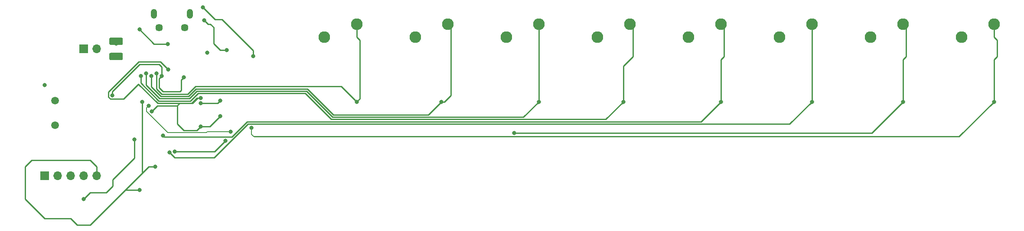
<source format=gbr>
%TF.GenerationSoftware,KiCad,Pcbnew,(5.1.6)-1*%
%TF.CreationDate,2020-12-03T10:32:48+03:00*%
%TF.ProjectId,Handheld graphics device,48616e64-6865-46c6-9420-677261706869,rev?*%
%TF.SameCoordinates,Original*%
%TF.FileFunction,Copper,L2,Bot*%
%TF.FilePolarity,Positive*%
%FSLAX46Y46*%
G04 Gerber Fmt 4.6, Leading zero omitted, Abs format (unit mm)*
G04 Created by KiCad (PCBNEW (5.1.6)-1) date 2020-12-03 10:32:48*
%MOMM*%
%LPD*%
G01*
G04 APERTURE LIST*
%TA.AperFunction,ComponentPad*%
%ADD10C,1.500000*%
%TD*%
%TA.AperFunction,ComponentPad*%
%ADD11O,1.700000X1.700000*%
%TD*%
%TA.AperFunction,ComponentPad*%
%ADD12R,1.700000X1.700000*%
%TD*%
%TA.AperFunction,ComponentPad*%
%ADD13C,2.286000*%
%TD*%
%TA.AperFunction,ComponentPad*%
%ADD14O,1.200000X1.900000*%
%TD*%
%TA.AperFunction,ComponentPad*%
%ADD15C,1.450000*%
%TD*%
%TA.AperFunction,ViaPad*%
%ADD16C,0.800000*%
%TD*%
%TA.AperFunction,Conductor*%
%ADD17C,0.250000*%
%TD*%
%TA.AperFunction,Conductor*%
%ADD18C,0.200000*%
%TD*%
G04 APERTURE END LIST*
D10*
%TO.P,Y1,2*%
%TO.N,xtal1*%
X98552000Y-24946000D03*
%TO.P,Y1,1*%
%TO.N,xtal2*%
X98552000Y-20066000D03*
%TD*%
D11*
%TO.P,usb_boot1,2*%
%TO.N,Net-(R7-Pad2)*%
X106680000Y-9906000D03*
D12*
%TO.P,usb_boot1,1*%
%TO.N,Net-(U2-Pad33)*%
X104140000Y-9906000D03*
%TD*%
D13*
%TO.P,SW8,1*%
%TO.N,8*%
X281940000Y-5080000D03*
%TO.P,SW8,2*%
%TO.N,Unfiltered*%
X275590000Y-7620000D03*
%TD*%
%TO.P,SW7,1*%
%TO.N,7*%
X264160000Y-5080000D03*
%TO.P,SW7,2*%
%TO.N,Unfiltered*%
X257810000Y-7620000D03*
%TD*%
%TO.P,SW6,1*%
%TO.N,6*%
X246380000Y-5080000D03*
%TO.P,SW6,2*%
%TO.N,Unfiltered*%
X240030000Y-7620000D03*
%TD*%
%TO.P,SW5,1*%
%TO.N,5*%
X228600000Y-5080000D03*
%TO.P,SW5,2*%
%TO.N,Unfiltered*%
X222250000Y-7620000D03*
%TD*%
%TO.P,SW4,1*%
%TO.N,4*%
X210820000Y-5080000D03*
%TO.P,SW4,2*%
%TO.N,Unfiltered*%
X204470000Y-7620000D03*
%TD*%
%TO.P,SW3,1*%
%TO.N,3*%
X193040000Y-5080000D03*
%TO.P,SW3,2*%
%TO.N,Unfiltered*%
X186690000Y-7620000D03*
%TD*%
%TO.P,SW2,1*%
%TO.N,2*%
X175260000Y-5080000D03*
%TO.P,SW2,2*%
%TO.N,Unfiltered*%
X168910000Y-7620000D03*
%TD*%
%TO.P,SW1,1*%
%TO.N,1*%
X157480000Y-5080000D03*
%TO.P,SW1,2*%
%TO.N,Unfiltered*%
X151130000Y-7620000D03*
%TD*%
D11*
%TO.P,J2,5*%
%TO.N,rst*%
X106680000Y-34798000D03*
%TO.P,J2,4*%
%TO.N,TX*%
X104140000Y-34798000D03*
%TO.P,J2,3*%
%TO.N,RX*%
X101600000Y-34798000D03*
%TO.P,J2,2*%
%TO.N,SDA*%
X99060000Y-34798000D03*
D12*
%TO.P,J2,1*%
%TO.N,SCL*%
X96520000Y-34798000D03*
%TD*%
D14*
%TO.P,J1,6*%
%TO.N,GND*%
X117912000Y-3080500D03*
X124912000Y-3080500D03*
D15*
X118912000Y-5780500D03*
X123912000Y-5780500D03*
%TD*%
%TO.P,C4,2*%
%TO.N,GND*%
%TA.AperFunction,SMDPad,CuDef*%
G36*
G01*
X111565000Y-9167500D02*
X109415000Y-9167500D01*
G75*
G02*
X109165000Y-8917500I0J250000D01*
G01*
X109165000Y-7992500D01*
G75*
G02*
X109415000Y-7742500I250000J0D01*
G01*
X111565000Y-7742500D01*
G75*
G02*
X111815000Y-7992500I0J-250000D01*
G01*
X111815000Y-8917500D01*
G75*
G02*
X111565000Y-9167500I-250000J0D01*
G01*
G37*
%TD.AperFunction*%
%TO.P,C4,1*%
%TO.N,Net-(C4-Pad1)*%
%TA.AperFunction,SMDPad,CuDef*%
G36*
G01*
X111565000Y-12142500D02*
X109415000Y-12142500D01*
G75*
G02*
X109165000Y-11892500I0J250000D01*
G01*
X109165000Y-10967500D01*
G75*
G02*
X109415000Y-10717500I250000J0D01*
G01*
X111565000Y-10717500D01*
G75*
G02*
X111815000Y-10967500I0J-250000D01*
G01*
X111815000Y-11892500D01*
G75*
G02*
X111565000Y-12142500I-250000J0D01*
G01*
G37*
%TD.AperFunction*%
%TD*%
D16*
%TO.N,*%
X96520000Y-17018000D03*
%TO.N,rst*%
X115062000Y-37592000D03*
%TO.N,GND*%
X130810000Y-23114000D03*
%TO.N,Net-(C3-Pad1)*%
X130810000Y-20066000D03*
%TO.N,GND*%
X110490000Y-8890000D03*
%TO.N,Net-(C4-Pad1)*%
X110490000Y-11430000D03*
%TO.N,rst*%
X118110000Y-33020000D03*
%TO.N,GND*%
X127000000Y-19558000D03*
X127000000Y-25146000D03*
X117440000Y-22190000D03*
X127456510Y-1829490D03*
X137265000Y-11370000D03*
X120650000Y-13970000D03*
%TO.N,VBUS*%
X132080000Y-10160000D03*
X127724499Y-4355501D03*
%TO.N,Unfiltered*%
X119380000Y-15240000D03*
X123698000Y-15494000D03*
X128270000Y-10668000D03*
X109723845Y-19054155D03*
%TO.N,Net-(C3-Pad1)*%
X127000000Y-20574000D03*
%TO.N,Net-(C7-Pad1)*%
X115062000Y-6146800D03*
X120573800Y-8991600D03*
%TO.N,rst*%
X115570000Y-20320000D03*
%TO.N,Net-(R5-Pad2)*%
X104140000Y-39370000D03*
X114032000Y-27672000D03*
%TO.N,1*%
X157480000Y-20320000D03*
X118364000Y-14732000D03*
%TO.N,2*%
X173990000Y-20320000D03*
X117332000Y-15256000D03*
%TO.N,3*%
X193040000Y-20320000D03*
X116332000Y-14732000D03*
%TO.N,4*%
X209550000Y-20320000D03*
X115316000Y-15240000D03*
%TO.N,5*%
X228600000Y-20320000D03*
X119634000Y-26924000D03*
%TO.N,6*%
X246380000Y-20320000D03*
X120904000Y-30226000D03*
%TO.N,7*%
X264160000Y-20320000D03*
X121920000Y-30066000D03*
X131826000Y-27940000D03*
X188214000Y-26416000D03*
%TO.N,8*%
X281940000Y-20320000D03*
X116840000Y-21082000D03*
X132842000Y-26162000D03*
X136906000Y-25400000D03*
%TD*%
D17*
%TO.N,GND*%
X127000000Y-25146000D02*
X127000000Y-25146000D01*
X127000000Y-19558000D02*
X126243640Y-19558000D01*
X126243640Y-19558000D02*
X125205602Y-20596036D01*
X125205602Y-20596036D02*
X122913964Y-20596036D01*
X122913964Y-20596036D02*
X122428000Y-21082000D01*
X122428000Y-21082000D02*
X122428000Y-24638000D01*
X122428000Y-24638000D02*
X123698000Y-25908000D01*
X126238000Y-25908000D02*
X127000000Y-25146000D01*
X123698000Y-25908000D02*
X126238000Y-25908000D01*
X128778000Y-25146000D02*
X130810000Y-23114000D01*
X127000000Y-25146000D02*
X128778000Y-25146000D01*
X118548000Y-21082000D02*
X117440000Y-22190000D01*
X122428000Y-21082000D02*
X122428000Y-21082000D01*
X127456510Y-1829490D02*
X129794000Y-4166980D01*
X129794000Y-4166980D02*
X131166980Y-4166980D01*
X137265000Y-10265000D02*
X137265000Y-11370000D01*
X131166980Y-4166980D02*
X137265000Y-10265000D01*
X122428000Y-21082000D02*
X118548000Y-21082000D01*
X114865991Y-16827627D02*
X118634403Y-20596037D01*
X111914462Y-19779156D02*
X114865991Y-16827627D01*
X109375844Y-19779156D02*
X111914462Y-19779156D01*
X126434315Y-19558000D02*
X127000000Y-19558000D01*
X118634403Y-20596037D02*
X125396278Y-20596037D01*
X108998844Y-19402156D02*
X109375844Y-19779156D01*
X108998844Y-18380746D02*
X108998844Y-19402156D01*
X114875599Y-12503991D02*
X108998844Y-18380746D01*
X119183991Y-12503991D02*
X114875599Y-12503991D01*
X125396278Y-20596037D02*
X126434315Y-19558000D01*
X120650000Y-13970000D02*
X119183991Y-12503991D01*
%TO.N,VBUS*%
X127724499Y-4355501D02*
X128448998Y-5080000D01*
X128448998Y-5080000D02*
X128905000Y-5080000D01*
X128905000Y-5080000D02*
X129540000Y-5715000D01*
X129540000Y-5715000D02*
X129540000Y-8890000D01*
X129540000Y-8890000D02*
X130810000Y-10160000D01*
X130810000Y-10160000D02*
X132080000Y-10160000D01*
%TO.N,Unfiltered*%
X119380000Y-15240000D02*
X118872000Y-15748000D01*
X118872000Y-15748000D02*
X118872000Y-17526000D01*
X118872000Y-17526000D02*
X119634000Y-18288000D01*
X119634000Y-18288000D02*
X122682000Y-18288000D01*
X122682000Y-18288000D02*
X122936000Y-18288000D01*
X122936000Y-18288000D02*
X123190000Y-18034000D01*
X123190000Y-18034000D02*
X123190000Y-16002000D01*
X123190000Y-16002000D02*
X123698000Y-15494000D01*
X123698000Y-15494000D02*
X123698000Y-15494000D01*
X109723845Y-18292155D02*
X109723845Y-19054155D01*
X115062000Y-12954000D02*
X109723845Y-18292155D01*
X118872000Y-12954000D02*
X115062000Y-12954000D01*
X119380000Y-15240000D02*
X119380000Y-13462000D01*
X119380000Y-13462000D02*
X118872000Y-12954000D01*
%TO.N,Net-(C3-Pad1)*%
X130302000Y-20574000D02*
X130810000Y-20066000D01*
X127000000Y-20574000D02*
X130302000Y-20574000D01*
%TO.N,Net-(C7-Pad1)*%
X115062000Y-6146800D02*
X117919500Y-9004300D01*
X120561100Y-9004300D02*
X120573800Y-8991600D01*
X117919500Y-9004300D02*
X120561100Y-9004300D01*
%TO.N,rst*%
X106680000Y-34798000D02*
X106680000Y-33020000D01*
X106680000Y-33020000D02*
X105410000Y-31750000D01*
X105410000Y-31750000D02*
X97282998Y-31750000D01*
X97282998Y-31750000D02*
X93980000Y-31750000D01*
X93980000Y-31750000D02*
X92710000Y-33020000D01*
X92710000Y-33020000D02*
X92710000Y-33273002D01*
X92710000Y-33273002D02*
X92710000Y-39370000D01*
X92710000Y-39370000D02*
X96520000Y-43180000D01*
X96520000Y-43180000D02*
X101600000Y-43180000D01*
X101600000Y-43180000D02*
X102870000Y-44450000D01*
X102870000Y-44450000D02*
X105410000Y-44450000D01*
X115570000Y-34290000D02*
X115570000Y-20320000D01*
X115570000Y-20320000D02*
X115570000Y-20320000D01*
X118110000Y-33020000D02*
X116840000Y-33020000D01*
X116840000Y-33020000D02*
X115570000Y-34290000D01*
X112268000Y-37592000D02*
X115062000Y-37592000D01*
X112268000Y-37592000D02*
X115570000Y-34290000D01*
X105410000Y-44450000D02*
X112268000Y-37592000D01*
%TO.N,Net-(R5-Pad2)*%
X105410000Y-38100000D02*
X104140000Y-39370000D01*
X114032000Y-31383000D02*
X109855000Y-35560000D01*
X114032000Y-27672000D02*
X114032000Y-31383000D01*
X108585000Y-38100000D02*
X105410000Y-38100000D01*
X109855000Y-35560000D02*
X109855000Y-36830000D01*
X109855000Y-36830000D02*
X108585000Y-38100000D01*
%TO.N,1*%
X158115000Y-19685000D02*
X157480000Y-20320000D01*
X158115000Y-8255000D02*
X158115000Y-19685000D01*
X157480000Y-5080000D02*
X157480000Y-7620000D01*
X157480000Y-7620000D02*
X158115000Y-8255000D01*
X118364000Y-17780000D02*
X119380000Y-18796000D01*
X118364000Y-14732000D02*
X118364000Y-17780000D01*
X154432000Y-17272000D02*
X157480000Y-20320000D01*
X124460000Y-18796000D02*
X125984000Y-17272000D01*
X119380000Y-18796000D02*
X124460000Y-18796000D01*
X125984000Y-17272000D02*
X154432000Y-17272000D01*
%TO.N,2*%
X173990000Y-20320000D02*
X174625000Y-20320000D01*
X174625000Y-20320000D02*
X175895000Y-19050000D01*
X175895000Y-5715000D02*
X175260000Y-5080000D01*
X175895000Y-19050000D02*
X175895000Y-5715000D01*
X171450000Y-22860000D02*
X173990000Y-20320000D01*
X117332000Y-17384410D02*
X119193600Y-19246010D01*
X152908000Y-22860000D02*
X171450000Y-22860000D01*
X147828000Y-17780000D02*
X152908000Y-22860000D01*
X117332000Y-15256000D02*
X117332000Y-17384410D01*
X119193600Y-19246010D02*
X124646401Y-19246009D01*
X126112410Y-17780000D02*
X147828000Y-17780000D01*
X124646401Y-19246009D02*
X126112410Y-17780000D01*
%TO.N,3*%
X193040000Y-20320000D02*
X193040000Y-5080000D01*
X119007201Y-19696019D02*
X124832802Y-19696018D01*
X116332000Y-14732000D02*
X116332000Y-17020820D01*
X116332000Y-17020820D02*
X119007201Y-19696019D01*
X152721600Y-23310010D02*
X190049990Y-23310010D01*
X190049990Y-23310010D02*
X193040000Y-20320000D01*
X147641600Y-18230010D02*
X152721600Y-23310010D01*
X126298810Y-18230010D02*
X147641600Y-18230010D01*
X124832802Y-19696018D02*
X126298810Y-18230010D01*
%TO.N,4*%
X211455000Y-5715000D02*
X210820000Y-5080000D01*
X211455000Y-11430000D02*
X211455000Y-5715000D01*
X209550000Y-20320000D02*
X209550000Y-13335000D01*
X209550000Y-13335000D02*
X211455000Y-11430000D01*
X115316000Y-15240000D02*
X115316000Y-16641226D01*
X118820802Y-20146028D02*
X125019203Y-20146027D01*
X115316000Y-16641226D02*
X118820802Y-20146028D01*
X125019203Y-20146027D02*
X126485210Y-18680020D01*
X206109980Y-23760020D02*
X209550000Y-20320000D01*
X147455200Y-18680020D02*
X152535200Y-23760020D01*
X152535200Y-23760020D02*
X206109980Y-23760020D01*
X126485210Y-18680020D02*
X147455200Y-18680020D01*
%TO.N,5*%
X229235000Y-5715000D02*
X228600000Y-5080000D01*
X229235000Y-11430000D02*
X229235000Y-5715000D01*
X228600000Y-20320000D02*
X228600000Y-12065000D01*
X228600000Y-12065000D02*
X229235000Y-11430000D01*
X228600000Y-20320000D02*
X224709970Y-24210030D01*
X224709970Y-24210030D02*
X136063970Y-24210030D01*
X136063970Y-24210030D02*
X133096000Y-27178000D01*
X133096000Y-27178000D02*
X120142000Y-27178000D01*
X120142000Y-27178000D02*
X119888000Y-27178000D01*
X119888000Y-27178000D02*
X119634000Y-26924000D01*
X119634000Y-26924000D02*
X119634000Y-26924000D01*
%TO.N,6*%
X246380000Y-20320000D02*
X246380000Y-5080000D01*
X246380000Y-20320000D02*
X242039960Y-24660040D01*
X242039960Y-24660040D02*
X136250370Y-24660040D01*
X136250370Y-24660040D02*
X129668410Y-31242000D01*
X129668410Y-31242000D02*
X121920000Y-31242000D01*
X121920000Y-31242000D02*
X120904000Y-30226000D01*
X120904000Y-30226000D02*
X120904000Y-30226000D01*
%TO.N,7*%
X264795000Y-5715000D02*
X264160000Y-5080000D01*
X264160000Y-20320000D02*
X264160000Y-12065000D01*
X264795000Y-11430000D02*
X264795000Y-5715000D01*
X264160000Y-12065000D02*
X264795000Y-11430000D01*
X121920000Y-30066000D02*
X129700000Y-30066000D01*
X129700000Y-30066000D02*
X131826000Y-27940000D01*
X131826000Y-27940000D02*
X131826000Y-27940000D01*
X258064000Y-26416000D02*
X264160000Y-20320000D01*
X188214000Y-26416000D02*
X258064000Y-26416000D01*
%TO.N,8*%
X281940000Y-20320000D02*
X281940000Y-12065000D01*
X281940000Y-12065000D02*
X282575000Y-11430000D01*
X282575000Y-11430000D02*
X282575000Y-8255000D01*
X281940000Y-7620000D02*
X281940000Y-5080000D01*
X282575000Y-8255000D02*
X281940000Y-7620000D01*
X275118999Y-27141001D02*
X137450999Y-27141001D01*
X281940000Y-20320000D02*
X275118999Y-27141001D01*
D18*
X116440001Y-22226003D02*
X120547008Y-26333010D01*
X116840000Y-21082000D02*
X116440001Y-21481999D01*
X120547008Y-26333010D02*
X128098990Y-26333010D01*
X116440001Y-21481999D02*
X116440001Y-22226003D01*
X128270000Y-26162000D02*
X132842000Y-26162000D01*
X128098990Y-26333010D02*
X128270000Y-26162000D01*
X132842000Y-26162000D02*
X133096000Y-26162000D01*
X137450999Y-27141001D02*
X137377001Y-27141001D01*
X137377001Y-27141001D02*
X136906000Y-26670000D01*
X136906000Y-26670000D02*
X136906000Y-25400000D01*
X136906000Y-25400000D02*
X136906000Y-25400000D01*
%TD*%
M02*

</source>
